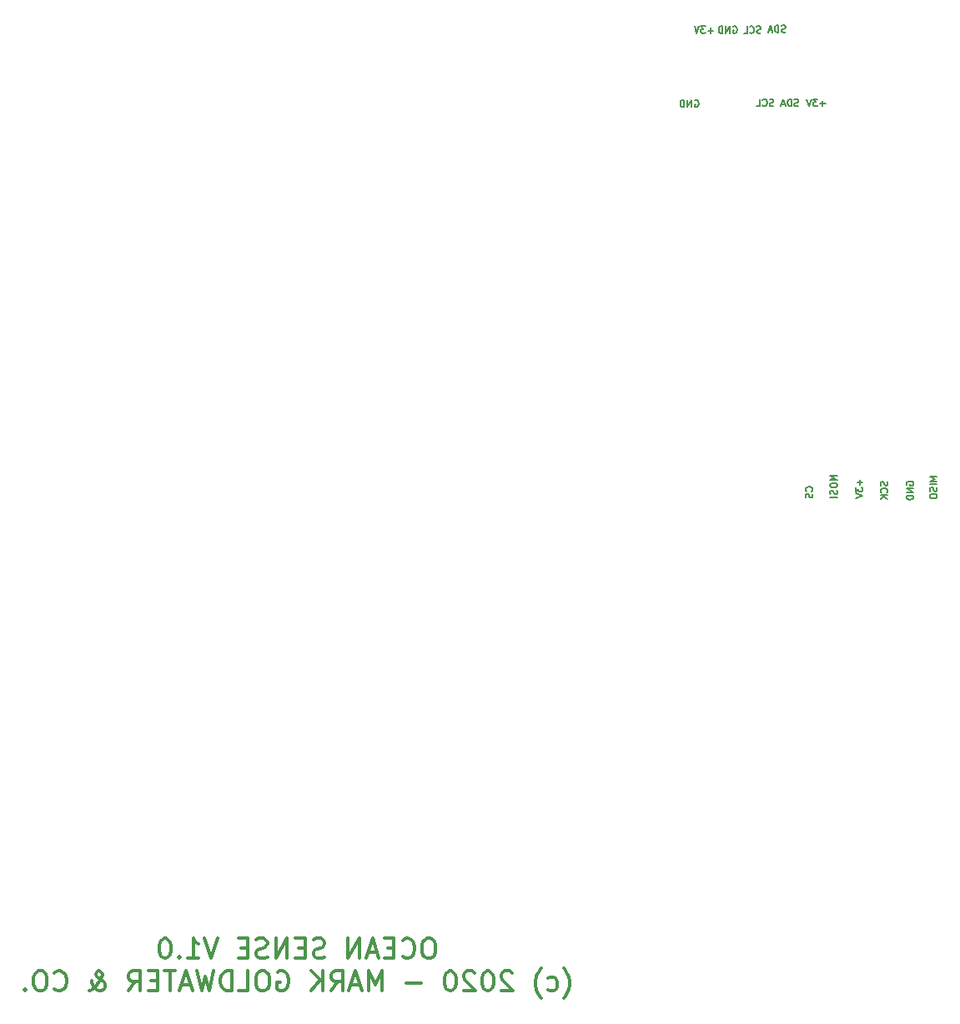
<source format=gbr>
G04 #@! TF.GenerationSoftware,KiCad,Pcbnew,(5.1.5)-3*
G04 #@! TF.CreationDate,2020-11-07T14:44:15-05:00*
G04 #@! TF.ProjectId,OceanSense,4f636561-6e53-4656-9e73-652e6b696361,rev?*
G04 #@! TF.SameCoordinates,Original*
G04 #@! TF.FileFunction,Legend,Bot*
G04 #@! TF.FilePolarity,Positive*
%FSLAX46Y46*%
G04 Gerber Fmt 4.6, Leading zero omitted, Abs format (unit mm)*
G04 Created by KiCad (PCBNEW (5.1.5)-3) date 2020-11-07 14:44:15*
%MOMM*%
%LPD*%
G04 APERTURE LIST*
%ADD10C,0.300000*%
%ADD11C,0.150000*%
G04 APERTURE END LIST*
D10*
X3523809Y417745238D02*
X3142857Y417745238D01*
X2952380Y417650000D01*
X2761904Y417459523D01*
X2666666Y417078571D01*
X2666666Y416411904D01*
X2761904Y416030952D01*
X2952380Y415840476D01*
X3142857Y415745238D01*
X3523809Y415745238D01*
X3714285Y415840476D01*
X3904761Y416030952D01*
X4000000Y416411904D01*
X4000000Y417078571D01*
X3904761Y417459523D01*
X3714285Y417650000D01*
X3523809Y417745238D01*
X666666Y415935714D02*
X761904Y415840476D01*
X1047619Y415745238D01*
X1238095Y415745238D01*
X1523809Y415840476D01*
X1714285Y416030952D01*
X1809523Y416221428D01*
X1904761Y416602380D01*
X1904761Y416888095D01*
X1809523Y417269047D01*
X1714285Y417459523D01*
X1523809Y417650000D01*
X1238095Y417745238D01*
X1047619Y417745238D01*
X761904Y417650000D01*
X666666Y417554761D01*
X-190476Y416792857D02*
X-857142Y416792857D01*
X-1142857Y415745238D02*
X-190476Y415745238D01*
X-190476Y417745238D01*
X-1142857Y417745238D01*
X-1904761Y416316666D02*
X-2857142Y416316666D01*
X-1714285Y415745238D02*
X-2380952Y417745238D01*
X-3047619Y415745238D01*
X-3714285Y415745238D02*
X-3714285Y417745238D01*
X-4857142Y415745238D01*
X-4857142Y417745238D01*
X-7238095Y415840476D02*
X-7523809Y415745238D01*
X-7999999Y415745238D01*
X-8190476Y415840476D01*
X-8285714Y415935714D01*
X-8380952Y416126190D01*
X-8380952Y416316666D01*
X-8285714Y416507142D01*
X-8190476Y416602380D01*
X-7999999Y416697619D01*
X-7619047Y416792857D01*
X-7428571Y416888095D01*
X-7333333Y416983333D01*
X-7238095Y417173809D01*
X-7238095Y417364285D01*
X-7333333Y417554761D01*
X-7428571Y417650000D01*
X-7619047Y417745238D01*
X-8095238Y417745238D01*
X-8380952Y417650000D01*
X-9238095Y416792857D02*
X-9904761Y416792857D01*
X-10190476Y415745238D02*
X-9238095Y415745238D01*
X-9238095Y417745238D01*
X-10190476Y417745238D01*
X-11047619Y415745238D02*
X-11047619Y417745238D01*
X-12190476Y415745238D01*
X-12190476Y417745238D01*
X-13047619Y415840476D02*
X-13333333Y415745238D01*
X-13809523Y415745238D01*
X-13999999Y415840476D01*
X-14095238Y415935714D01*
X-14190476Y416126190D01*
X-14190476Y416316666D01*
X-14095238Y416507142D01*
X-13999999Y416602380D01*
X-13809523Y416697619D01*
X-13428571Y416792857D01*
X-13238095Y416888095D01*
X-13142857Y416983333D01*
X-13047619Y417173809D01*
X-13047619Y417364285D01*
X-13142857Y417554761D01*
X-13238095Y417650000D01*
X-13428571Y417745238D01*
X-13904761Y417745238D01*
X-14190476Y417650000D01*
X-15047619Y416792857D02*
X-15714285Y416792857D01*
X-15999999Y415745238D02*
X-15047619Y415745238D01*
X-15047619Y417745238D01*
X-15999999Y417745238D01*
X-18095238Y417745238D02*
X-18761904Y415745238D01*
X-19428571Y417745238D01*
X-21142857Y415745238D02*
X-19999999Y415745238D01*
X-20571428Y415745238D02*
X-20571428Y417745238D01*
X-20380952Y417459523D01*
X-20190476Y417269047D01*
X-19999999Y417173809D01*
X-21999999Y415935714D02*
X-22095238Y415840476D01*
X-21999999Y415745238D01*
X-21904761Y415840476D01*
X-21999999Y415935714D01*
X-21999999Y415745238D01*
X-23333333Y417745238D02*
X-23523809Y417745238D01*
X-23714285Y417650000D01*
X-23809523Y417554761D01*
X-23904761Y417364285D01*
X-23999999Y416983333D01*
X-23999999Y416507142D01*
X-23904761Y416126190D01*
X-23809523Y415935714D01*
X-23714285Y415840476D01*
X-23523809Y415745238D01*
X-23333333Y415745238D01*
X-23142857Y415840476D01*
X-23047619Y415935714D01*
X-22952380Y416126190D01*
X-22857142Y416507142D01*
X-22857142Y416983333D01*
X-22952380Y417364285D01*
X-23047619Y417554761D01*
X-23142857Y417650000D01*
X-23333333Y417745238D01*
X17047619Y411683333D02*
X17142857Y411778571D01*
X17333333Y412064285D01*
X17428571Y412254761D01*
X17523809Y412540476D01*
X17619047Y413016666D01*
X17619047Y413397619D01*
X17523809Y413873809D01*
X17428571Y414159523D01*
X17333333Y414350000D01*
X17142857Y414635714D01*
X17047619Y414730952D01*
X15428571Y412540476D02*
X15619047Y412445238D01*
X16000000Y412445238D01*
X16190476Y412540476D01*
X16285714Y412635714D01*
X16380952Y412826190D01*
X16380952Y413397619D01*
X16285714Y413588095D01*
X16190476Y413683333D01*
X16000000Y413778571D01*
X15619047Y413778571D01*
X15428571Y413683333D01*
X14761904Y411683333D02*
X14666666Y411778571D01*
X14476190Y412064285D01*
X14380952Y412254761D01*
X14285714Y412540476D01*
X14190476Y413016666D01*
X14190476Y413397619D01*
X14285714Y413873809D01*
X14380952Y414159523D01*
X14476190Y414350000D01*
X14666666Y414635714D01*
X14761904Y414730952D01*
X11809523Y414254761D02*
X11714285Y414350000D01*
X11523809Y414445238D01*
X11047619Y414445238D01*
X10857142Y414350000D01*
X10761904Y414254761D01*
X10666666Y414064285D01*
X10666666Y413873809D01*
X10761904Y413588095D01*
X11904761Y412445238D01*
X10666666Y412445238D01*
X9428571Y414445238D02*
X9238095Y414445238D01*
X9047619Y414350000D01*
X8952380Y414254761D01*
X8857142Y414064285D01*
X8761904Y413683333D01*
X8761904Y413207142D01*
X8857142Y412826190D01*
X8952380Y412635714D01*
X9047619Y412540476D01*
X9238095Y412445238D01*
X9428571Y412445238D01*
X9619047Y412540476D01*
X9714285Y412635714D01*
X9809523Y412826190D01*
X9904761Y413207142D01*
X9904761Y413683333D01*
X9809523Y414064285D01*
X9714285Y414254761D01*
X9619047Y414350000D01*
X9428571Y414445238D01*
X8000000Y414254761D02*
X7904761Y414350000D01*
X7714285Y414445238D01*
X7238095Y414445238D01*
X7047619Y414350000D01*
X6952380Y414254761D01*
X6857142Y414064285D01*
X6857142Y413873809D01*
X6952380Y413588095D01*
X8095238Y412445238D01*
X6857142Y412445238D01*
X5619047Y414445238D02*
X5428571Y414445238D01*
X5238095Y414350000D01*
X5142857Y414254761D01*
X5047619Y414064285D01*
X4952380Y413683333D01*
X4952380Y413207142D01*
X5047619Y412826190D01*
X5142857Y412635714D01*
X5238095Y412540476D01*
X5428571Y412445238D01*
X5619047Y412445238D01*
X5809523Y412540476D01*
X5904761Y412635714D01*
X6000000Y412826190D01*
X6095238Y413207142D01*
X6095238Y413683333D01*
X6000000Y414064285D01*
X5904761Y414254761D01*
X5809523Y414350000D01*
X5619047Y414445238D01*
X2571428Y413207142D02*
X1047619Y413207142D01*
X-1428571Y412445238D02*
X-1428571Y414445238D01*
X-2095238Y413016666D01*
X-2761904Y414445238D01*
X-2761904Y412445238D01*
X-3619047Y413016666D02*
X-4571428Y413016666D01*
X-3428571Y412445238D02*
X-4095238Y414445238D01*
X-4761904Y412445238D01*
X-6571428Y412445238D02*
X-5904761Y413397619D01*
X-5428571Y412445238D02*
X-5428571Y414445238D01*
X-6190476Y414445238D01*
X-6380952Y414350000D01*
X-6476190Y414254761D01*
X-6571428Y414064285D01*
X-6571428Y413778571D01*
X-6476190Y413588095D01*
X-6380952Y413492857D01*
X-6190476Y413397619D01*
X-5428571Y413397619D01*
X-7428571Y412445238D02*
X-7428571Y414445238D01*
X-8571428Y412445238D02*
X-7714285Y413588095D01*
X-8571428Y414445238D02*
X-7428571Y413302380D01*
X-11999999Y414350000D02*
X-11809523Y414445238D01*
X-11523809Y414445238D01*
X-11238095Y414350000D01*
X-11047619Y414159523D01*
X-10952380Y413969047D01*
X-10857142Y413588095D01*
X-10857142Y413302380D01*
X-10952380Y412921428D01*
X-11047619Y412730952D01*
X-11238095Y412540476D01*
X-11523809Y412445238D01*
X-11714285Y412445238D01*
X-11999999Y412540476D01*
X-12095238Y412635714D01*
X-12095238Y413302380D01*
X-11714285Y413302380D01*
X-13333333Y414445238D02*
X-13714285Y414445238D01*
X-13904761Y414350000D01*
X-14095238Y414159523D01*
X-14190476Y413778571D01*
X-14190476Y413111904D01*
X-14095238Y412730952D01*
X-13904761Y412540476D01*
X-13714285Y412445238D01*
X-13333333Y412445238D01*
X-13142857Y412540476D01*
X-12952380Y412730952D01*
X-12857142Y413111904D01*
X-12857142Y413778571D01*
X-12952380Y414159523D01*
X-13142857Y414350000D01*
X-13333333Y414445238D01*
X-15999999Y412445238D02*
X-15047619Y412445238D01*
X-15047619Y414445238D01*
X-16666666Y412445238D02*
X-16666666Y414445238D01*
X-17142857Y414445238D01*
X-17428571Y414350000D01*
X-17619047Y414159523D01*
X-17714285Y413969047D01*
X-17809523Y413588095D01*
X-17809523Y413302380D01*
X-17714285Y412921428D01*
X-17619047Y412730952D01*
X-17428571Y412540476D01*
X-17142857Y412445238D01*
X-16666666Y412445238D01*
X-18476190Y414445238D02*
X-18952380Y412445238D01*
X-19333333Y413873809D01*
X-19714285Y412445238D01*
X-20190476Y414445238D01*
X-20857142Y413016666D02*
X-21809523Y413016666D01*
X-20666666Y412445238D02*
X-21333333Y414445238D01*
X-21999999Y412445238D01*
X-22380952Y414445238D02*
X-23523809Y414445238D01*
X-22952380Y412445238D02*
X-22952380Y414445238D01*
X-24190476Y413492857D02*
X-24857142Y413492857D01*
X-25142857Y412445238D02*
X-24190476Y412445238D01*
X-24190476Y414445238D01*
X-25142857Y414445238D01*
X-27142857Y412445238D02*
X-26476190Y413397619D01*
X-25999999Y412445238D02*
X-25999999Y414445238D01*
X-26761904Y414445238D01*
X-26952380Y414350000D01*
X-27047619Y414254761D01*
X-27142857Y414064285D01*
X-27142857Y413778571D01*
X-27047619Y413588095D01*
X-26952380Y413492857D01*
X-26761904Y413397619D01*
X-25999999Y413397619D01*
X-31142857Y412445238D02*
X-31047619Y412445238D01*
X-30857142Y412540476D01*
X-30571428Y412826190D01*
X-30095238Y413397619D01*
X-29904761Y413683333D01*
X-29809523Y413969047D01*
X-29809523Y414159523D01*
X-29904761Y414350000D01*
X-30095238Y414445238D01*
X-30190476Y414445238D01*
X-30380952Y414350000D01*
X-30476190Y414159523D01*
X-30476190Y414064285D01*
X-30380952Y413873809D01*
X-30285714Y413778571D01*
X-29714285Y413397619D01*
X-29619047Y413302380D01*
X-29523809Y413111904D01*
X-29523809Y412826190D01*
X-29619047Y412635714D01*
X-29714285Y412540476D01*
X-29904761Y412445238D01*
X-30190476Y412445238D01*
X-30380952Y412540476D01*
X-30476190Y412635714D01*
X-30761904Y413016666D01*
X-30857142Y413302380D01*
X-30857142Y413492857D01*
X-34666666Y412635714D02*
X-34571428Y412540476D01*
X-34285714Y412445238D01*
X-34095238Y412445238D01*
X-33809523Y412540476D01*
X-33619047Y412730952D01*
X-33523809Y412921428D01*
X-33428571Y413302380D01*
X-33428571Y413588095D01*
X-33523809Y413969047D01*
X-33619047Y414159523D01*
X-33809523Y414350000D01*
X-34095238Y414445238D01*
X-34285714Y414445238D01*
X-34571428Y414350000D01*
X-34666666Y414254761D01*
X-35904761Y414445238D02*
X-36285714Y414445238D01*
X-36476190Y414350000D01*
X-36666666Y414159523D01*
X-36761904Y413778571D01*
X-36761904Y413111904D01*
X-36666666Y412730952D01*
X-36476190Y412540476D01*
X-36285714Y412445238D01*
X-35904761Y412445238D01*
X-35714285Y412540476D01*
X-35523809Y412730952D01*
X-35428571Y413111904D01*
X-35428571Y413778571D01*
X-35523809Y414159523D01*
X-35714285Y414350000D01*
X-35904761Y414445238D01*
X-37619047Y412635714D02*
X-37714285Y412540476D01*
X-37619047Y412445238D01*
X-37523809Y412540476D01*
X-37619047Y412635714D01*
X-37619047Y412445238D01*
D11*
X42225000Y463116666D02*
X42258333Y463150000D01*
X42291666Y463250000D01*
X42291666Y463316666D01*
X42258333Y463416666D01*
X42191666Y463483333D01*
X42125000Y463516666D01*
X41991666Y463550000D01*
X41891666Y463550000D01*
X41758333Y463516666D01*
X41691666Y463483333D01*
X41625000Y463416666D01*
X41591666Y463316666D01*
X41591666Y463250000D01*
X41625000Y463150000D01*
X41658333Y463116666D01*
X42258333Y462850000D02*
X42291666Y462750000D01*
X42291666Y462583333D01*
X42258333Y462516666D01*
X42225000Y462483333D01*
X42158333Y462450000D01*
X42091666Y462450000D01*
X42025000Y462483333D01*
X41991666Y462516666D01*
X41958333Y462583333D01*
X41925000Y462716666D01*
X41891666Y462783333D01*
X41858333Y462816666D01*
X41791666Y462850000D01*
X41725000Y462850000D01*
X41658333Y462816666D01*
X41625000Y462783333D01*
X41591666Y462716666D01*
X41591666Y462550000D01*
X41625000Y462450000D01*
X44791666Y464700000D02*
X44091666Y464700000D01*
X44591666Y464466666D01*
X44091666Y464233333D01*
X44791666Y464233333D01*
X44091666Y463766666D02*
X44091666Y463633333D01*
X44125000Y463566666D01*
X44191666Y463500000D01*
X44325000Y463466666D01*
X44558333Y463466666D01*
X44691666Y463500000D01*
X44758333Y463566666D01*
X44791666Y463633333D01*
X44791666Y463766666D01*
X44758333Y463833333D01*
X44691666Y463900000D01*
X44558333Y463933333D01*
X44325000Y463933333D01*
X44191666Y463900000D01*
X44125000Y463833333D01*
X44091666Y463766666D01*
X44758333Y463200000D02*
X44791666Y463100000D01*
X44791666Y462933333D01*
X44758333Y462866666D01*
X44725000Y462833333D01*
X44658333Y462800000D01*
X44591666Y462800000D01*
X44525000Y462833333D01*
X44491666Y462866666D01*
X44458333Y462933333D01*
X44425000Y463066666D01*
X44391666Y463133333D01*
X44358333Y463166666D01*
X44291666Y463200000D01*
X44225000Y463200000D01*
X44158333Y463166666D01*
X44125000Y463133333D01*
X44091666Y463066666D01*
X44091666Y462900000D01*
X44125000Y462800000D01*
X44791666Y462500000D02*
X44091666Y462500000D01*
X49883333Y464100000D02*
X49916666Y464000000D01*
X49916666Y463833333D01*
X49883333Y463766666D01*
X49850000Y463733333D01*
X49783333Y463700000D01*
X49716666Y463700000D01*
X49650000Y463733333D01*
X49616666Y463766666D01*
X49583333Y463833333D01*
X49550000Y463966666D01*
X49516666Y464033333D01*
X49483333Y464066666D01*
X49416666Y464100000D01*
X49350000Y464100000D01*
X49283333Y464066666D01*
X49250000Y464033333D01*
X49216666Y463966666D01*
X49216666Y463800000D01*
X49250000Y463700000D01*
X49850000Y463000000D02*
X49883333Y463033333D01*
X49916666Y463133333D01*
X49916666Y463200000D01*
X49883333Y463300000D01*
X49816666Y463366666D01*
X49750000Y463400000D01*
X49616666Y463433333D01*
X49516666Y463433333D01*
X49383333Y463400000D01*
X49316666Y463366666D01*
X49250000Y463300000D01*
X49216666Y463200000D01*
X49216666Y463133333D01*
X49250000Y463033333D01*
X49283333Y463000000D01*
X49916666Y462700000D02*
X49216666Y462700000D01*
X49916666Y462300000D02*
X49516666Y462600000D01*
X49216666Y462300000D02*
X49616666Y462700000D01*
X54916666Y464600000D02*
X54216666Y464600000D01*
X54716666Y464366666D01*
X54216666Y464133333D01*
X54916666Y464133333D01*
X54916666Y463800000D02*
X54216666Y463800000D01*
X54883333Y463500000D02*
X54916666Y463400000D01*
X54916666Y463233333D01*
X54883333Y463166666D01*
X54850000Y463133333D01*
X54783333Y463100000D01*
X54716666Y463100000D01*
X54650000Y463133333D01*
X54616666Y463166666D01*
X54583333Y463233333D01*
X54550000Y463366666D01*
X54516666Y463433333D01*
X54483333Y463466666D01*
X54416666Y463500000D01*
X54350000Y463500000D01*
X54283333Y463466666D01*
X54250000Y463433333D01*
X54216666Y463366666D01*
X54216666Y463200000D01*
X54250000Y463100000D01*
X54216666Y462666666D02*
X54216666Y462533333D01*
X54250000Y462466666D01*
X54316666Y462400000D01*
X54450000Y462366666D01*
X54683333Y462366666D01*
X54816666Y462400000D01*
X54883333Y462466666D01*
X54916666Y462533333D01*
X54916666Y462666666D01*
X54883333Y462733333D01*
X54816666Y462800000D01*
X54683333Y462833333D01*
X54450000Y462833333D01*
X54316666Y462800000D01*
X54250000Y462733333D01*
X54216666Y462666666D01*
X47100000Y464300000D02*
X47100000Y463766666D01*
X47366666Y464033333D02*
X46833333Y464033333D01*
X46666666Y463500000D02*
X46666666Y463066666D01*
X46933333Y463300000D01*
X46933333Y463200000D01*
X46966666Y463133333D01*
X47000000Y463100000D01*
X47066666Y463066666D01*
X47233333Y463066666D01*
X47300000Y463100000D01*
X47333333Y463133333D01*
X47366666Y463200000D01*
X47366666Y463400000D01*
X47333333Y463466666D01*
X47300000Y463500000D01*
X46666666Y462866666D02*
X47366666Y462633333D01*
X46666666Y462400000D01*
X51850000Y463733333D02*
X51816666Y463800000D01*
X51816666Y463900000D01*
X51850000Y464000000D01*
X51916666Y464066666D01*
X51983333Y464100000D01*
X52116666Y464133333D01*
X52216666Y464133333D01*
X52350000Y464100000D01*
X52416666Y464066666D01*
X52483333Y464000000D01*
X52516666Y463900000D01*
X52516666Y463833333D01*
X52483333Y463733333D01*
X52450000Y463700000D01*
X52216666Y463700000D01*
X52216666Y463833333D01*
X52516666Y463400000D02*
X51816666Y463400000D01*
X52516666Y463000000D01*
X51816666Y463000000D01*
X52516666Y462666666D02*
X51816666Y462666666D01*
X51816666Y462500000D01*
X51850000Y462400000D01*
X51916666Y462333333D01*
X51983333Y462300000D01*
X52116666Y462266666D01*
X52216666Y462266666D01*
X52350000Y462300000D01*
X52416666Y462333333D01*
X52483333Y462400000D01*
X52516666Y462500000D01*
X52516666Y462666666D01*
X43600000Y502450000D02*
X43066666Y502450000D01*
X43333333Y502183333D02*
X43333333Y502716666D01*
X42800000Y502883333D02*
X42366666Y502883333D01*
X42600000Y502616666D01*
X42500000Y502616666D01*
X42433333Y502583333D01*
X42400000Y502550000D01*
X42366666Y502483333D01*
X42366666Y502316666D01*
X42400000Y502250000D01*
X42433333Y502216666D01*
X42500000Y502183333D01*
X42700000Y502183333D01*
X42766666Y502216666D01*
X42800000Y502250000D01*
X42166666Y502883333D02*
X41933333Y502183333D01*
X41700000Y502883333D01*
X40850000Y502216666D02*
X40750000Y502183333D01*
X40583333Y502183333D01*
X40516666Y502216666D01*
X40483333Y502250000D01*
X40450000Y502316666D01*
X40450000Y502383333D01*
X40483333Y502450000D01*
X40516666Y502483333D01*
X40583333Y502516666D01*
X40716666Y502550000D01*
X40783333Y502583333D01*
X40816666Y502616666D01*
X40850000Y502683333D01*
X40850000Y502750000D01*
X40816666Y502816666D01*
X40783333Y502850000D01*
X40716666Y502883333D01*
X40550000Y502883333D01*
X40450000Y502850000D01*
X40150000Y502183333D02*
X40150000Y502883333D01*
X39983333Y502883333D01*
X39883333Y502850000D01*
X39816666Y502783333D01*
X39783333Y502716666D01*
X39750000Y502583333D01*
X39750000Y502483333D01*
X39783333Y502350000D01*
X39816666Y502283333D01*
X39883333Y502216666D01*
X39983333Y502183333D01*
X40150000Y502183333D01*
X39483333Y502383333D02*
X39150000Y502383333D01*
X39550000Y502183333D02*
X39316666Y502883333D01*
X39083333Y502183333D01*
X38333333Y502216666D02*
X38233333Y502183333D01*
X38066666Y502183333D01*
X38000000Y502216666D01*
X37966666Y502250000D01*
X37933333Y502316666D01*
X37933333Y502383333D01*
X37966666Y502450000D01*
X38000000Y502483333D01*
X38066666Y502516666D01*
X38200000Y502550000D01*
X38266666Y502583333D01*
X38300000Y502616666D01*
X38333333Y502683333D01*
X38333333Y502750000D01*
X38300000Y502816666D01*
X38266666Y502850000D01*
X38200000Y502883333D01*
X38033333Y502883333D01*
X37933333Y502850000D01*
X37233333Y502250000D02*
X37266666Y502216666D01*
X37366666Y502183333D01*
X37433333Y502183333D01*
X37533333Y502216666D01*
X37600000Y502283333D01*
X37633333Y502350000D01*
X37666666Y502483333D01*
X37666666Y502583333D01*
X37633333Y502716666D01*
X37600000Y502783333D01*
X37533333Y502850000D01*
X37433333Y502883333D01*
X37366666Y502883333D01*
X37266666Y502850000D01*
X37233333Y502816666D01*
X36600000Y502183333D02*
X36933333Y502183333D01*
X36933333Y502883333D01*
X30333333Y502750000D02*
X30400000Y502783333D01*
X30500000Y502783333D01*
X30600000Y502750000D01*
X30666666Y502683333D01*
X30700000Y502616666D01*
X30733333Y502483333D01*
X30733333Y502383333D01*
X30700000Y502250000D01*
X30666666Y502183333D01*
X30600000Y502116666D01*
X30500000Y502083333D01*
X30433333Y502083333D01*
X30333333Y502116666D01*
X30300000Y502150000D01*
X30300000Y502383333D01*
X30433333Y502383333D01*
X30000000Y502083333D02*
X30000000Y502783333D01*
X29600000Y502083333D01*
X29600000Y502783333D01*
X29266666Y502083333D02*
X29266666Y502783333D01*
X29100000Y502783333D01*
X29000000Y502750000D01*
X28933333Y502683333D01*
X28900000Y502616666D01*
X28866666Y502483333D01*
X28866666Y502383333D01*
X28900000Y502250000D01*
X28933333Y502183333D01*
X29000000Y502116666D01*
X29100000Y502083333D01*
X29266666Y502083333D01*
X39550000Y509716666D02*
X39450000Y509683333D01*
X39283333Y509683333D01*
X39216666Y509716666D01*
X39183333Y509750000D01*
X39150000Y509816666D01*
X39150000Y509883333D01*
X39183333Y509950000D01*
X39216666Y509983333D01*
X39283333Y510016666D01*
X39416666Y510050000D01*
X39483333Y510083333D01*
X39516666Y510116666D01*
X39550000Y510183333D01*
X39550000Y510250000D01*
X39516666Y510316666D01*
X39483333Y510350000D01*
X39416666Y510383333D01*
X39250000Y510383333D01*
X39150000Y510350000D01*
X38850000Y509683333D02*
X38850000Y510383333D01*
X38683333Y510383333D01*
X38583333Y510350000D01*
X38516666Y510283333D01*
X38483333Y510216666D01*
X38450000Y510083333D01*
X38450000Y509983333D01*
X38483333Y509850000D01*
X38516666Y509783333D01*
X38583333Y509716666D01*
X38683333Y509683333D01*
X38850000Y509683333D01*
X38183333Y509883333D02*
X37850000Y509883333D01*
X38250000Y509683333D02*
X38016666Y510383333D01*
X37783333Y509683333D01*
X37033333Y509616666D02*
X36933333Y509583333D01*
X36766666Y509583333D01*
X36700000Y509616666D01*
X36666666Y509650000D01*
X36633333Y509716666D01*
X36633333Y509783333D01*
X36666666Y509850000D01*
X36700000Y509883333D01*
X36766666Y509916666D01*
X36900000Y509950000D01*
X36966666Y509983333D01*
X37000000Y510016666D01*
X37033333Y510083333D01*
X37033333Y510150000D01*
X37000000Y510216666D01*
X36966666Y510250000D01*
X36900000Y510283333D01*
X36733333Y510283333D01*
X36633333Y510250000D01*
X35933333Y509650000D02*
X35966666Y509616666D01*
X36066666Y509583333D01*
X36133333Y509583333D01*
X36233333Y509616666D01*
X36300000Y509683333D01*
X36333333Y509750000D01*
X36366666Y509883333D01*
X36366666Y509983333D01*
X36333333Y510116666D01*
X36300000Y510183333D01*
X36233333Y510250000D01*
X36133333Y510283333D01*
X36066666Y510283333D01*
X35966666Y510250000D01*
X35933333Y510216666D01*
X35300000Y509583333D02*
X35633333Y509583333D01*
X35633333Y510283333D01*
X34233333Y510250000D02*
X34300000Y510283333D01*
X34400000Y510283333D01*
X34500000Y510250000D01*
X34566666Y510183333D01*
X34600000Y510116666D01*
X34633333Y509983333D01*
X34633333Y509883333D01*
X34600000Y509750000D01*
X34566666Y509683333D01*
X34500000Y509616666D01*
X34400000Y509583333D01*
X34333333Y509583333D01*
X34233333Y509616666D01*
X34200000Y509650000D01*
X34200000Y509883333D01*
X34333333Y509883333D01*
X33900000Y509583333D02*
X33900000Y510283333D01*
X33500000Y509583333D01*
X33500000Y510283333D01*
X33166666Y509583333D02*
X33166666Y510283333D01*
X33000000Y510283333D01*
X32900000Y510250000D01*
X32833333Y510183333D01*
X32800000Y510116666D01*
X32766666Y509983333D01*
X32766666Y509883333D01*
X32800000Y509750000D01*
X32833333Y509683333D01*
X32900000Y509616666D01*
X33000000Y509583333D01*
X33166666Y509583333D01*
X32200000Y509850000D02*
X31666666Y509850000D01*
X31933333Y509583333D02*
X31933333Y510116666D01*
X31400000Y510283333D02*
X30966666Y510283333D01*
X31200000Y510016666D01*
X31100000Y510016666D01*
X31033333Y509983333D01*
X31000000Y509950000D01*
X30966666Y509883333D01*
X30966666Y509716666D01*
X31000000Y509650000D01*
X31033333Y509616666D01*
X31100000Y509583333D01*
X31300000Y509583333D01*
X31366666Y509616666D01*
X31400000Y509650000D01*
X30766666Y510283333D02*
X30533333Y509583333D01*
X30300000Y510283333D01*
M02*

</source>
